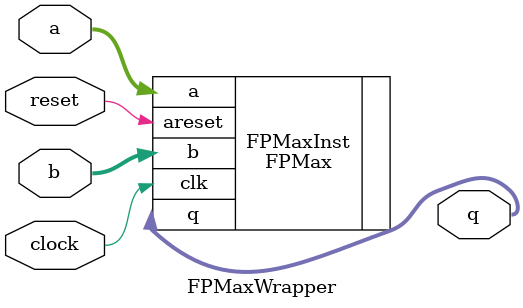
<source format=v>
module FPMaxWrapper (
    input  clock,
    input  reset,
    input  wire [31:0] a,
    input  wire [31:0] b,
    output wire [31:0] q
  );

  FPMax FPMaxInst (
    .clk(clock)
  , .areset(reset)
  , .a(a)
  , .b(b)
  , .q(q)
  );
endmodule

</source>
